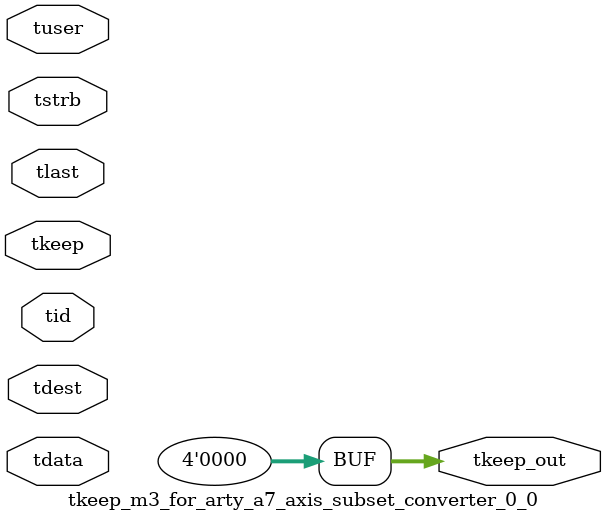
<source format=v>


`timescale 1ps/1ps

module tkeep_m3_for_arty_a7_axis_subset_converter_0_0 #
(
parameter C_S_AXIS_TDATA_WIDTH = 32,
parameter C_S_AXIS_TUSER_WIDTH = 0,
parameter C_S_AXIS_TID_WIDTH   = 0,
parameter C_S_AXIS_TDEST_WIDTH = 0,
parameter C_M_AXIS_TDATA_WIDTH = 32
)
(
input  [(C_S_AXIS_TDATA_WIDTH == 0 ? 1 : C_S_AXIS_TDATA_WIDTH)-1:0     ] tdata,
input  [(C_S_AXIS_TUSER_WIDTH == 0 ? 1 : C_S_AXIS_TUSER_WIDTH)-1:0     ] tuser,
input  [(C_S_AXIS_TID_WIDTH   == 0 ? 1 : C_S_AXIS_TID_WIDTH)-1:0       ] tid,
input  [(C_S_AXIS_TDEST_WIDTH == 0 ? 1 : C_S_AXIS_TDEST_WIDTH)-1:0     ] tdest,
input  [(C_S_AXIS_TDATA_WIDTH/8)-1:0 ] tkeep,
input  [(C_S_AXIS_TDATA_WIDTH/8)-1:0 ] tstrb,
input                                                                    tlast,
output [(C_M_AXIS_TDATA_WIDTH/8)-1:0 ] tkeep_out
);

assign tkeep_out = {1'b0};

endmodule


</source>
